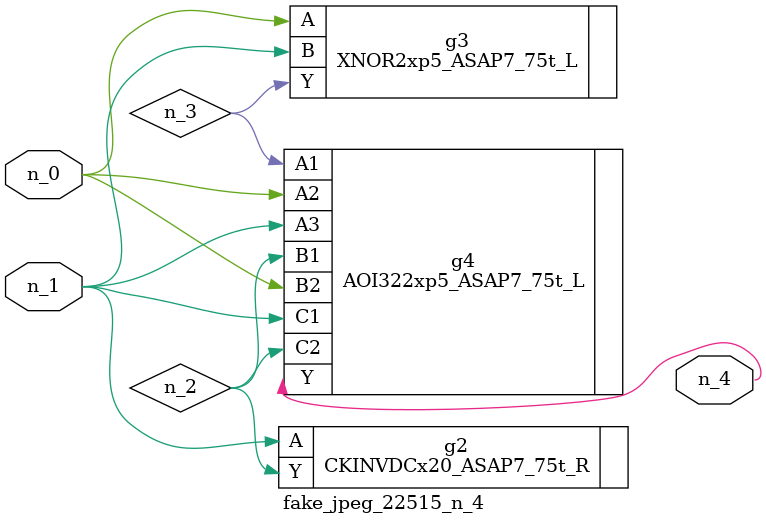
<source format=v>
module fake_jpeg_22515_n_4 (n_0, n_1, n_4);

input n_0;
input n_1;

output n_4;

wire n_3;
wire n_2;

CKINVDCx20_ASAP7_75t_R g2 ( 
.A(n_1),
.Y(n_2)
);

XNOR2xp5_ASAP7_75t_L g3 ( 
.A(n_0),
.B(n_1),
.Y(n_3)
);

AOI322xp5_ASAP7_75t_L g4 ( 
.A1(n_3),
.A2(n_0),
.A3(n_1),
.B1(n_2),
.B2(n_0),
.C1(n_1),
.C2(n_2),
.Y(n_4)
);


endmodule
</source>
